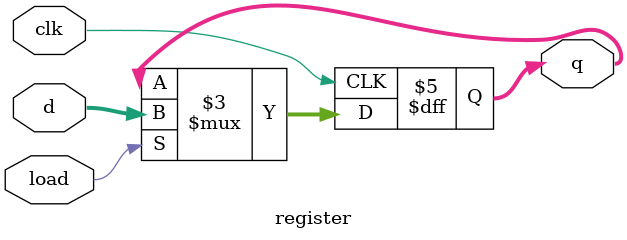
<source format=v>
`timescale 1ns / 1ps

module register(
    clk,
    load,
    d,
    q
    );

    parameter DataSize = 2; // ** Set this to required data size **

    input clk,load;
    input  [DataSize-1:0] d;
    output [DataSize-1:0] q;

    reg [DataSize-1:0] q = {DataSize{1'b0}};

    always @ (posedge clk)
        if (load) begin
            q <= d;
        end

endmodule
</source>
